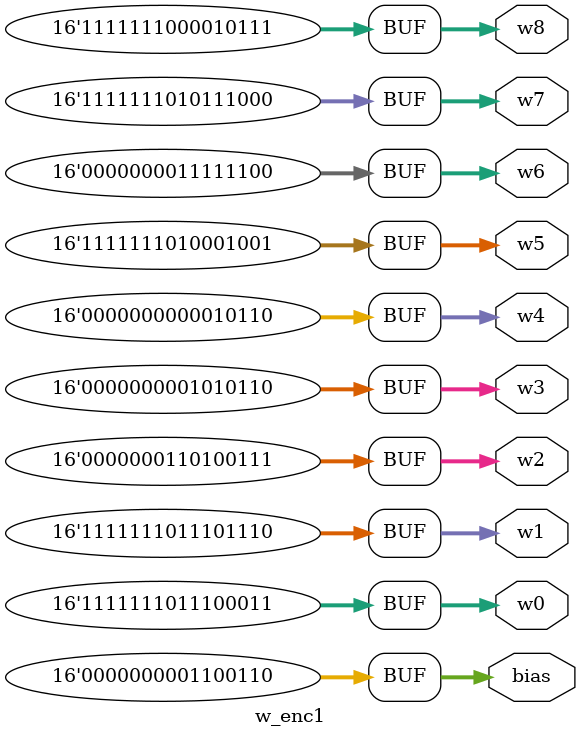
<source format=v>
module w_enc1 #(parameter DATA_WIDTH=16)(
output wire signed [DATA_WIDTH-1:0] w0, output wire signed [DATA_WIDTH-1:0] w1, output wire signed [DATA_WIDTH-1:0] w2, output wire signed [DATA_WIDTH-1:0] w3, output wire signed [DATA_WIDTH-1:0] w4, output wire signed [DATA_WIDTH-1:0] w5, output wire signed [DATA_WIDTH-1:0] w6, output wire signed [DATA_WIDTH-1:0] w7, output wire signed [DATA_WIDTH-1:0] w8, output wire signed [DATA_WIDTH-1:0] bias);
assign w0 = 16'hfee3;
assign w1 = 16'hfeee;
assign w2 = 16'h01a7;
assign w3 = 16'h0056;
assign w4 = 16'h0016;
assign w5 = 16'hfe89;
assign w6 = 16'h00fc;
assign w7 = 16'hfeb8;
assign w8 = 16'hfe17;
assign bias = 16'h0066;
endmodule

</source>
